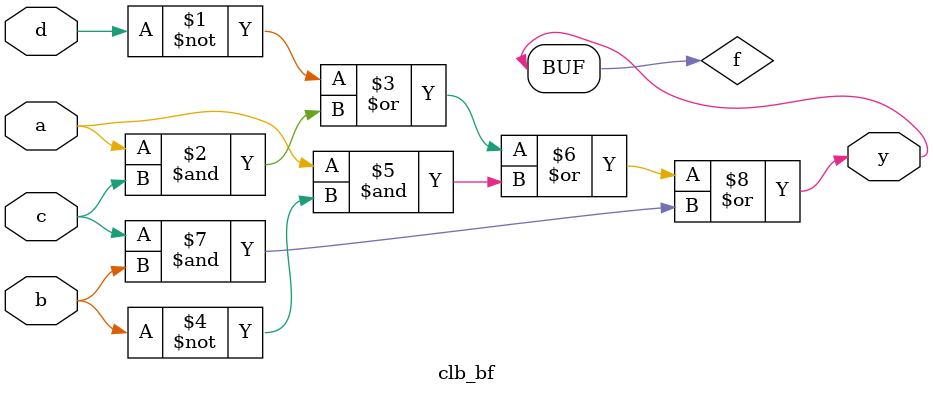
<source format=v>
module clb_bf(
	input a,
	input b,
	input c,
	input d,
	output y
);

	wire f;
	
	assign f = ~d | a & c | a & ~b | c & b;
	
	assign y = f;

endmodule

</source>
